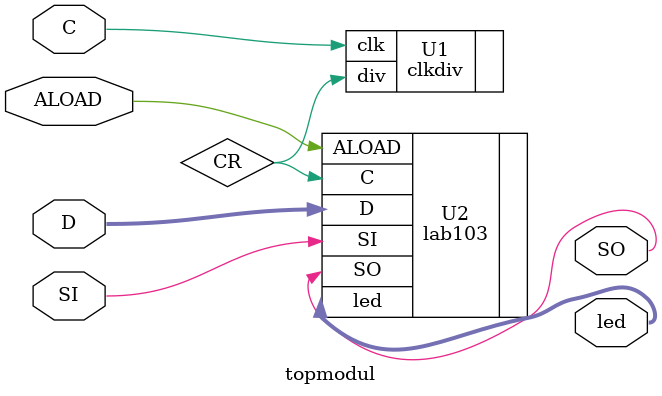
<source format=v>
`timescale 1ns / 1ps
module topmodul(
    input C,
    input SI, ALOAD,
    input [7:0] D,
    output SO,
	 output [7:0]led
    );
	 wire CR;
	
	clkdiv 	U1 (.clk(C), .div(CR));
	lab103	U2 (.C(CR), .SI(SI), .ALOAD(ALOAD), .D(D), .SO(SO), .led(led));

endmodule
</source>
